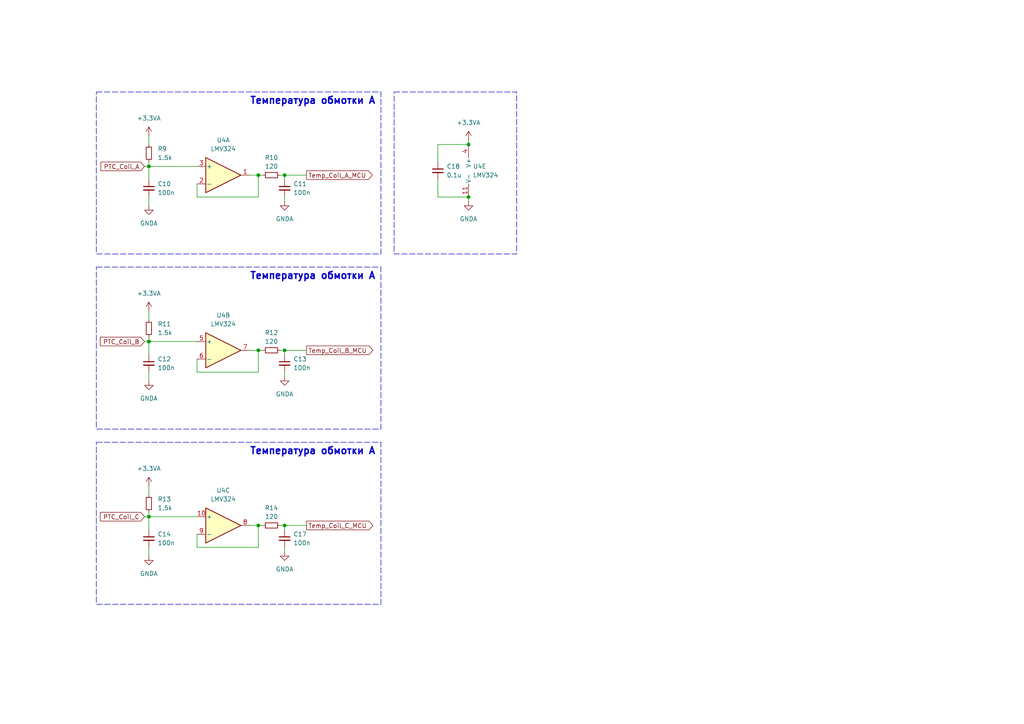
<source format=kicad_sch>
(kicad_sch (version 20230121) (generator eeschema)
  (paper "A4")
  (lib_symbols
    (symbol "Amplifier_Operational:LMV324" (pin_names (offset 0.127))
      (property "Reference" "U" (at 0 5.08 0))
      (property "Value" "LMV324" (at 0 -5.08 0))
      (symbol "LMV324_1_1"
        (polyline (pts (xy -5.08 5.08) (xy 5.08 0) (xy -5.08 -5.08) (xy -5.08 5.08)) (stroke (width 0.254)) (fill (type background)))
        (pin output line (at 7.62 0 180) (length 2.54) (name "~") (number "1"))
        (pin input line (at -7.62 -2.54 0) (length 2.54) (name "-") (number "2"))
        (pin input line (at -7.62 2.54 0) (length 2.54) (name "+") (number "3"))
      )
      (symbol "LMV324_2_1"
        (polyline (pts (xy -5.08 5.08) (xy 5.08 0) (xy -5.08 -5.08) (xy -5.08 5.08)) (stroke (width 0.254)) (fill (type background)))
        (pin input line (at -7.62 2.54 0) (length 2.54) (name "+") (number "5"))
        (pin input line (at -7.62 -2.54 0) (length 2.54) (name "-") (number "6"))
        (pin output line (at 7.62 0 180) (length 2.54) (name "~") (number "7"))
      )
      (symbol "LMV324_3_1"
        (polyline (pts (xy -5.08 5.08) (xy 5.08 0) (xy -5.08 -5.08) (xy -5.08 5.08)) (stroke (width 0.254)) (fill (type background)))
        (pin input line (at -7.62 2.54 0) (length 2.54) (name "+") (number "10"))
        (pin output line (at 7.62 0 180) (length 2.54) (name "~") (number "8"))
        (pin input line (at -7.62 -2.54 0) (length 2.54) (name "-") (number "9"))
      )
      (symbol "LMV324_4_1"
        (polyline (pts (xy -5.08 5.08) (xy 5.08 0) (xy -5.08 -5.08) (xy -5.08 5.08)) (stroke (width 0.254)) (fill (type background)))
        (pin input line (at -7.62 2.54 0) (length 2.54) (name "+") (number "12"))
        (pin input line (at -7.62 -2.54 0) (length 2.54) (name "-") (number "13"))
        (pin output line (at 7.62 0 180) (length 2.54) (name "~") (number "14"))
      )
      (symbol "LMV324_5_1"
        (pin power_in line (at -2.54 -7.62 90) (length 3.81) (name "V-") (number "11"))
        (pin power_in line (at -2.54 7.62 270) (length 3.81) (name "V+") (number "4"))
      )
    )
    (symbol "Device:C_Small" (pin_numbers hide) (pin_names (offset 0.254) hide)
      (property "Reference" "C" (at 0.254 1.778 0))
      (property "Value" "C_Small" (at 0.254 -2.032 0))
      (symbol "C_Small_0_1"
        (polyline (pts (xy -1.524 -0.508) (xy 1.524 -0.508)) (stroke (width 0.3302)))
        (polyline (pts (xy -1.524 0.508) (xy 1.524 0.508)) (stroke (width 0.3048)))
      )
      (symbol "C_Small_1_1"
        (pin passive line (at 0 2.54 270) (length 2.032) (name "~") (number "1"))
        (pin passive line (at 0 -2.54 90) (length 2.032) (name "~") (number "2"))
      )
    )
    (symbol "Device:R_Small" (pin_numbers hide) (pin_names (offset 0.254) hide)
      (property "Reference" "R" (at 0.762 0.508 0))
      (property "Value" "R_Small" (at 0.762 -1.016 0))
      (symbol "R_Small_0_1"
        (rectangle (start -0.762 1.778) (end 0.762 -1.778) (stroke (width 0.2032)))
      )
      (symbol "R_Small_1_1"
        (pin passive line (at 0 2.54 270) (length 0.762) (name "~") (number "1"))
        (pin passive line (at 0 -2.54 90) (length 0.762) (name "~") (number "2"))
      )
    )
    (symbol "power:+3.3VA" (power) (pin_names (offset 0))
      (property "Value" "+3.3VA" (at 0 3.556 0))
      (symbol "+3.3VA_0_1"
        (polyline (pts (xy -0.762 1.27) (xy 0 2.54)))
        (polyline (pts (xy 0 0) (xy 0 2.54)))
        (polyline (pts (xy 0 2.54) (xy 0.762 1.27)))
      )
      (symbol "+3.3VA_1_1"
        (pin power_in line (at 0 0 90) (length 0) hide (name "+3.3VA") (number "1"))
      )
    )
    (symbol "power:GNDA" (power) (pin_names (offset 0))
      (property "Value" "GNDA" (at 0 -3.81 0))
      (symbol "GNDA_0_1"
        (polyline (pts (xy 0 0) (xy 0 -1.27) (xy 1.27 -1.27) (xy 0 -2.54) (xy -1.27 -1.27) (xy 0 -1.27)))
      )
      (symbol "GNDA_1_1"
        (pin power_in line (at 0 0 270) (length 0) hide (name "GNDA") (number "1"))
      )
    )
  )
  (junction (at 74.93 152.4))
  (junction (at 82.55 101.6))
  (junction (at 74.93 101.6))
  (junction (at 135.89 41.91))
  (junction (at 74.93 50.8))
  (junction (at 43.18 99.06))
  (junction (at 43.18 48.26))
  (junction (at 82.55 152.4))
  (junction (at 135.89 57.15))
  (junction (at 43.18 149.86))
  (junction (at 82.55 50.8))
  (wire (pts (xy 74.93 158.75) (xy 74.93 152.4)))
  (wire (pts (xy 74.93 152.4) (xy 72.39 152.4)))
  (wire (pts (xy 74.93 50.8) (xy 76.2 50.8)))
  (wire (pts (xy 43.18 140.97) (xy 43.18 143.51)))
  (wire (pts (xy 82.55 101.6) (xy 88.9 101.6)))
  (wire (pts (xy 135.89 57.15) (xy 135.89 58.42)))
  (wire (pts (xy 43.18 90.17) (xy 43.18 92.71)))
  (wire (pts (xy 81.28 50.8) (xy 82.55 50.8)))
  (wire (pts (xy 43.18 149.86) (xy 43.18 148.59)))
  (wire (pts (xy 41.91 149.86) (xy 43.18 149.86)))
  (wire (pts (xy 43.18 48.26) (xy 43.18 46.99)))
  (wire (pts (xy 74.93 101.6) (xy 72.39 101.6)))
  (wire (pts (xy 127 46.99) (xy 127 41.91)))
  (wire (pts (xy 43.18 48.26) (xy 43.18 52.07)))
  (wire (pts (xy 43.18 48.26) (xy 57.15 48.26)))
  (wire (pts (xy 41.91 48.26) (xy 43.18 48.26)))
  (wire (pts (xy 57.15 107.95) (xy 74.93 107.95)))
  (wire (pts (xy 82.55 58.42) (xy 82.55 57.15)))
  (wire (pts (xy 127 41.91) (xy 135.89 41.91)))
  (wire (pts (xy 41.91 99.06) (xy 43.18 99.06)))
  (wire (pts (xy 81.28 152.4) (xy 82.55 152.4)))
  (wire (pts (xy 57.15 158.75) (xy 74.93 158.75)))
  (wire (pts (xy 74.93 57.15) (xy 74.93 50.8)))
  (wire (pts (xy 43.18 99.06) (xy 43.18 102.87)))
  (wire (pts (xy 57.15 53.34) (xy 57.15 57.15)))
  (wire (pts (xy 74.93 107.95) (xy 74.93 101.6)))
  (wire (pts (xy 82.55 50.8) (xy 82.55 52.07)))
  (wire (pts (xy 43.18 158.75) (xy 43.18 161.29)))
  (wire (pts (xy 82.55 101.6) (xy 82.55 102.87)))
  (wire (pts (xy 74.93 50.8) (xy 72.39 50.8)))
  (wire (pts (xy 43.18 149.86) (xy 43.18 153.67)))
  (wire (pts (xy 43.18 99.06) (xy 43.18 97.79)))
  (wire (pts (xy 74.93 152.4) (xy 76.2 152.4)))
  (wire (pts (xy 43.18 57.15) (xy 43.18 59.69)))
  (wire (pts (xy 43.18 107.95) (xy 43.18 110.49)))
  (wire (pts (xy 127 52.07) (xy 127 57.15)))
  (wire (pts (xy 135.89 40.64) (xy 135.89 41.91)))
  (wire (pts (xy 81.28 101.6) (xy 82.55 101.6)))
  (wire (pts (xy 57.15 104.14) (xy 57.15 107.95)))
  (wire (pts (xy 82.55 152.4) (xy 82.55 153.67)))
  (wire (pts (xy 74.93 101.6) (xy 76.2 101.6)))
  (wire (pts (xy 82.55 152.4) (xy 88.9 152.4)))
  (wire (pts (xy 82.55 109.22) (xy 82.55 107.95)))
  (wire (pts (xy 127 57.15) (xy 135.89 57.15)))
  (wire (pts (xy 43.18 99.06) (xy 57.15 99.06)))
  (wire (pts (xy 57.15 154.94) (xy 57.15 158.75)))
  (wire (pts (xy 43.18 39.37) (xy 43.18 41.91)))
  (wire (pts (xy 82.55 160.02) (xy 82.55 158.75)))
  (wire (pts (xy 57.15 57.15) (xy 74.93 57.15)))
  (wire (pts (xy 82.55 50.8) (xy 88.9 50.8)))
  (wire (pts (xy 43.18 149.86) (xy 57.15 149.86)))
  (rectangle (start 27.94 128.27) (end 110.49 175.26) (stroke (width 0) (type dash)))
  (rectangle (start 114.3 26.67) (end 149.86 73.66) (stroke (width 0) (type dash)))
  (rectangle (start 27.94 77.47) (end 110.49 124.46) (stroke (width 0) (type dash)))
  (rectangle (start 27.94 26.67) (end 110.49 73.66) (stroke (width 0) (type dash)))
  (text "Температура обмотки А" (at 72.39 81.28 0) (effects (font (size 2 2) (thickness 0.4) bold) (justify left bottom)))
  (text "Температура обмотки А" (at 72.39 30.48 0) (effects (font (size 2 2) (thickness 0.4) bold) (justify left bottom)))
  (text "Температура обмотки А" (at 72.39 132.08 0) (effects (font (size 2 2) (thickness 0.4) bold) (justify left bottom)))
  (global_label "PTC_Coil_A" (shape input) (at 41.91 48.26 180) (property "Intersheetrefs" "${INTERSHEET_REFS}" (effects hide)))
  (global_label "Temp_Coil_C_MCU" (shape output) (at 88.9 152.4 0) (property "Intersheetrefs" "${INTERSHEET_REFS}" (effects hide)))
  (global_label "Temp_Coil_B_MCU" (shape output) (at 88.9 101.6 0) (property "Intersheetrefs" "${INTERSHEET_REFS}" (effects hide)))
  (global_label "PTC_Coil_C" (shape input) (at 41.91 149.86 180) (property "Intersheetrefs" "${INTERSHEET_REFS}" (effects hide)))
  (global_label "Temp_Coil_A_MCU" (shape output) (at 88.9 50.8 0) (property "Intersheetrefs" "${INTERSHEET_REFS}" (effects hide)))
  (global_label "PTC_Coil_B" (shape input) (at 41.91 99.06 180) (property "Intersheetrefs" "${INTERSHEET_REFS}" (effects hide)))
  (symbol (lib_id "power:GNDA") (at 43.18 161.29 0) (unit 1)
    (property "Reference" "#PWR034" (effects hide))
    (property "Value" "GNDA" (at 43.18 166.37 0))
  )
  (symbol (lib_id "Device:C_Small") (at 82.55 105.41 0) (unit 1)
    (property "Reference" "C13" (at 85.09 104.1463 0) (effects (justify left)))
    (property "Value" "100n" (at 85.09 106.6863 0) (effects (justify left)))
    (property "Footprint" "Capacitor_SMD:C_0603_1608Metric_Pad1.08x0.95mm_HandSolder" (effects hide))
  )
  (symbol (lib_id "power:GNDA") (at 43.18 110.49 0) (unit 1)
    (property "Reference" "#PWR031" (effects hide))
    (property "Value" "GNDA" (at 43.18 115.57 0))
  )
  (symbol (lib_id "Device:C_Small") (at 43.18 54.61 0) (unit 1)
    (property "Reference" "C10" (at 45.72 53.3463 0) (effects (justify left)))
    (property "Value" "100n" (at 45.72 55.8863 0) (effects (justify left)))
    (property "Footprint" "Capacitor_SMD:C_0603_1608Metric_Pad1.08x0.95mm_HandSolder" (effects hide))
  )
  (symbol (lib_id "Device:R_Small") (at 43.18 44.45 0) (unit 1)
    (property "Reference" "R9" (at 45.72 43.18 0) (effects (justify left)))
    (property "Value" "1.5k" (at 45.72 45.72 0) (effects (justify left)))
    (property "Footprint" "Resistor_SMD:R_0603_1608Metric_Pad0.98x0.95mm_HandSolder" (effects hide))
  )
  (symbol (lib_id "power:GNDA") (at 135.89 58.42 0) (unit 1)
    (property "Reference" "#PWR037" (effects hide))
    (property "Value" "GNDA" (at 135.89 63.5 0))
  )
  (symbol (lib_id "Amplifier_Operational:LMV324") (at 64.77 101.6 0) (unit 2)
    (property "Reference" "U4" (at 64.77 91.44 0))
    (property "Value" "LMV324" (at 64.77 93.98 0))
    (property "Footprint" "Package_SO:SOIC-14_3.9x8.7mm_P1.27mm" (effects hide))
    (property "Datasheet" "http://www.ti.com/lit/ds/symlink/lmv324.pdf" (effects hide))
  )
  (symbol (lib_id "power:+3.3VA") (at 43.18 90.17 0) (unit 1)
    (property "Reference" "#PWR030" (effects hide))
    (property "Value" "+3.3VA" (at 43.18 85.09 0))
  )
  (symbol (lib_id "Amplifier_Operational:LMV324") (at 64.77 152.4 0) (unit 3)
    (property "Reference" "U4" (at 64.77 142.24 0))
    (property "Value" "LMV324" (at 64.77 144.78 0))
    (property "Footprint" "Package_SO:SOIC-14_3.9x8.7mm_P1.27mm" (effects hide))
    (property "Datasheet" "http://www.ti.com/lit/ds/symlink/lmv324.pdf" (effects hide))
  )
  (symbol (lib_id "power:GNDA") (at 82.55 160.02 0) (unit 1)
    (property "Reference" "#PWR035" (effects hide))
    (property "Value" "GNDA" (at 82.55 165.1 0))
  )
  (symbol (lib_id "Device:R_Small") (at 78.74 50.8 270) (unit 1)
    (property "Reference" "R10" (at 78.74 45.72 90))
    (property "Value" "120" (at 78.74 48.26 90))
    (property "Footprint" "Resistor_SMD:R_0603_1608Metric_Pad0.98x0.95mm_HandSolder" (effects hide))
  )
  (symbol (lib_id "power:+3.3VA") (at 135.89 40.64 0) (unit 1)
    (property "Reference" "#PWR036" (effects hide))
    (property "Value" "+3.3VA" (at 135.89 35.56 0))
  )
  (symbol (lib_id "Amplifier_Operational:LMV324") (at 64.77 50.8 0) (unit 1)
    (property "Reference" "U4" (at 64.77 40.64 0))
    (property "Value" "LMV324" (at 64.77 43.18 0))
    (property "Footprint" "Package_SO:SOIC-14_3.9x8.7mm_P1.27mm" (effects hide))
    (property "Datasheet" "http://www.ti.com/lit/ds/symlink/lmv324.pdf" (effects hide))
  )
  (symbol (lib_id "Device:R_Small") (at 78.74 101.6 270) (unit 1)
    (property "Reference" "R12" (at 78.74 96.52 90))
    (property "Value" "120" (at 78.74 99.06 90))
    (property "Footprint" "Resistor_SMD:R_0603_1608Metric_Pad0.98x0.95mm_HandSolder" (effects hide))
  )
  (symbol (lib_id "Device:C_Small") (at 82.55 54.61 0) (unit 1)
    (property "Reference" "C11" (at 85.09 53.3463 0) (effects (justify left)))
    (property "Value" "100n" (at 85.09 55.8863 0) (effects (justify left)))
    (property "Footprint" "Capacitor_SMD:C_0603_1608Metric_Pad1.08x0.95mm_HandSolder" (effects hide))
  )
  (symbol (lib_id "Device:C_Small") (at 82.55 156.21 0) (unit 1)
    (property "Reference" "C17" (at 85.09 154.9463 0) (effects (justify left)))
    (property "Value" "100n" (at 85.09 157.4863 0) (effects (justify left)))
    (property "Footprint" "Capacitor_SMD:C_0603_1608Metric_Pad1.08x0.95mm_HandSolder" (effects hide))
  )
  (symbol (lib_id "Amplifier_Operational:LMV324") (at 138.43 49.53 0) (unit 5)
    (property "Reference" "U4" (at 137.16 48.26 0) (effects (justify left)))
    (property "Value" "LMV324" (at 137.16 50.8 0) (effects (justify left)))
    (property "Footprint" "Package_SO:SOIC-14_3.9x8.7mm_P1.27mm" (effects hide))
    (property "Datasheet" "http://www.ti.com/lit/ds/symlink/lmv324.pdf" (effects hide))
  )
  (symbol (lib_id "power:+3.3VA") (at 43.18 140.97 0) (unit 1)
    (property "Reference" "#PWR033" (effects hide))
    (property "Value" "+3.3VA" (at 43.18 135.89 0))
  )
  (symbol (lib_id "Device:C_Small") (at 127 49.53 0) (unit 1)
    (property "Reference" "C18" (at 129.54 48.2663 0) (effects (justify left)))
    (property "Value" "0.1u" (at 129.54 50.8063 0) (effects (justify left)))
    (property "Footprint" "Capacitor_SMD:C_0603_1608Metric_Pad1.08x0.95mm_HandSolder" (effects hide))
  )
  (symbol (lib_id "Device:C_Small") (at 43.18 105.41 0) (unit 1)
    (property "Reference" "C12" (at 45.72 104.1463 0) (effects (justify left)))
    (property "Value" "100n" (at 45.72 106.6863 0) (effects (justify left)))
    (property "Footprint" "Capacitor_SMD:C_0603_1608Metric_Pad1.08x0.95mm_HandSolder" (effects hide))
  )
  (symbol (lib_id "power:GNDA") (at 82.55 109.22 0) (unit 1)
    (property "Reference" "#PWR032" (effects hide))
    (property "Value" "GNDA" (at 82.55 114.3 0))
  )
  (symbol (lib_id "Device:R_Small") (at 78.74 152.4 270) (unit 1)
    (property "Reference" "R14" (at 78.74 147.32 90))
    (property "Value" "120" (at 78.74 149.86 90))
    (property "Footprint" "Resistor_SMD:R_0603_1608Metric_Pad0.98x0.95mm_HandSolder" (effects hide))
  )
  (symbol (lib_id "Device:R_Small") (at 43.18 95.25 0) (unit 1)
    (property "Reference" "R11" (at 45.72 93.98 0) (effects (justify left)))
    (property "Value" "1.5k" (at 45.72 96.52 0) (effects (justify left)))
    (property "Footprint" "Resistor_SMD:R_0603_1608Metric_Pad0.98x0.95mm_HandSolder" (effects hide))
  )
  (symbol (lib_id "power:+3.3VA") (at 43.18 39.37 0) (unit 1)
    (property "Reference" "#PWR021" (effects hide))
    (property "Value" "+3.3VA" (at 43.18 34.29 0))
  )
  (symbol (lib_id "power:GNDA") (at 43.18 59.69 0) (unit 1)
    (property "Reference" "#PWR025" (effects hide))
    (property "Value" "GNDA" (at 43.18 64.77 0))
  )
  (symbol (lib_id "power:GNDA") (at 82.55 58.42 0) (unit 1)
    (property "Reference" "#PWR024" (effects hide))
    (property "Value" "GNDA" (at 82.55 63.5 0))
  )
  (symbol (lib_id "Device:C_Small") (at 43.18 156.21 0) (unit 1)
    (property "Reference" "C14" (at 45.72 154.9463 0) (effects (justify left)))
    (property "Value" "100n" (at 45.72 157.4863 0) (effects (justify left)))
    (property "Footprint" "Capacitor_SMD:C_0603_1608Metric_Pad1.08x0.95mm_HandSolder" (effects hide))
  )
  (symbol (lib_id "Device:R_Small") (at 43.18 146.05 0) (unit 1)
    (property "Reference" "R13" (at 45.72 144.78 0) (effects (justify left)))
    (property "Value" "1.5k" (at 45.72 147.32 0) (effects (justify left)))
    (property "Footprint" "Resistor_SMD:R_0603_1608Metric_Pad0.98x0.95mm_HandSolder" (effects hide))
  )
)
</source>
